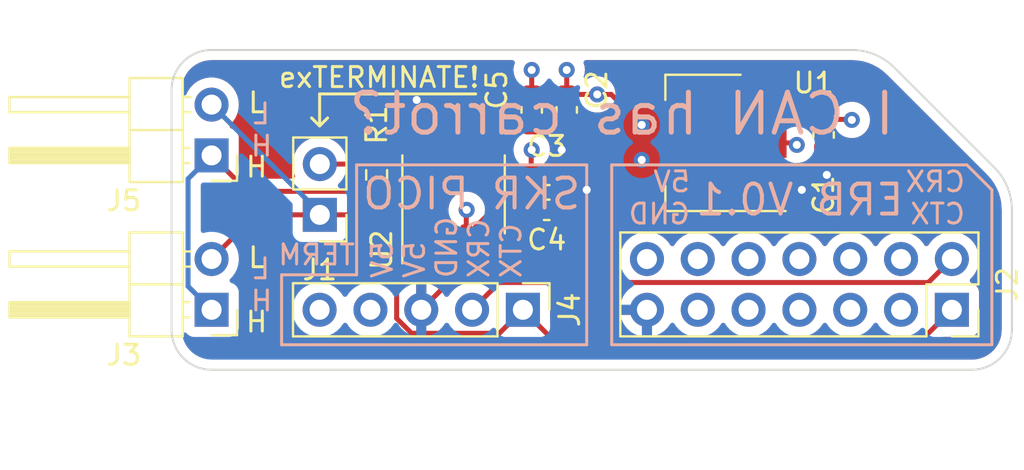
<source format=kicad_pcb>
(kicad_pcb (version 20211014) (generator pcbnew)
  (layers (0 "F.Cu" signal) (1 "In1.Cu" signal) (2 "In2.Cu" signal) (31 "B.Cu" signal) (34 "B.Paste" user) (35 "F.Paste" user) (36 "B.SilkS" user "B.Silkscreen") (37 "F.SilkS" user "F.Silkscreen") (38 "B.Mask" user) (39 "F.Mask" user) (44 "Edge.Cuts" user))
  (net 0 "")
  (net 1 "+5V")
  (net 2 "GND")
  (net 3 "+3.3V")
  (net 4 "/CANL")
  (net 5 "Net-(J1-Pad2)")
  (net 6 "/CANTX")
  (net 7 "/CANRX")
  (net 18 "/CANH")
  (footprint "Resistor_SMD:R_0603_1608Metric" (layer "F.Cu") (at 110.25 56.25 90)
    (fp_text reference "R1" (at 2.5 0 90) (layer "F.SilkS"))
    (fp_text value "120")
    (fp_line (start -0.237258 0.5225) (end 0.237258 0.5225) (layer "F.SilkS") (width 0.12))
    (fp_line (start -0.237258 -0.5225) (end 0.237258 -0.5225) (layer "F.SilkS") (width 0.12))
    (pad "1" smd roundrect (at -0.825 0 90) (size 0.8 0.95) (layers "F.Cu" "F.Paste" "F.Mask") (net 18 "/CANH"))
    (pad "2" smd roundrect (at 0.825 0 90) (size 0.8 0.95) (layers "F.Cu" "F.Paste" "F.Mask") (net 5 "Net-(J1-Pad2)"))
  )
  (footprint "Connector_PinHeader_2.54mm:PinHeader_1x05_P2.54mm_Vertical" (layer "F.Cu") (at 117.56 63 -90)
    (fp_text reference "J4" (at 0 -2.33 90) (layer "F.SilkS"))
    (fp_text value "SKR_PICO_INTERFACE")
    (fp_line (start -1.33 -1.33) (end 0 -1.33) (layer "F.SilkS") (width 0.12))
    (fp_line (start -1.33 11.49) (end 1.33 11.49) (layer "F.SilkS") (width 0.12))
    (fp_line (start -1.33 0) (end -1.33 -1.33) (layer "F.SilkS") (width 0.12))
    (fp_line (start -1.33 1.27) (end 1.33 1.27) (layer "F.SilkS") (width 0.12))
    (fp_line (start 1.33 1.27) (end 1.33 11.49) (layer "F.SilkS") (width 0.12))
    (fp_line (start -1.33 1.27) (end -1.33 11.49) (layer "F.SilkS") (width 0.12))
    (pad "1" thru_hole rect (at 0 0 270) (size 1.7 1.7) (drill 1) (layers *.Cu *.Mask) (net 6 "/CANTX"))
    (pad "2" thru_hole oval (at 0 2.54 270) (size 1.7 1.7) (drill 1) (layers *.Cu *.Mask) (net 7 "/CANRX"))
    (pad "3" thru_hole oval (at 0 5.08 270) (size 1.7 1.7) (drill 1) (layers *.Cu *.Mask) (net 2 "GND"))
    (pad "4" thru_hole oval (at 0 7.62 270) (size 1.7 1.7) (drill 1) (layers *.Cu *.Mask) (net 1 "+5V"))
    (pad "5" thru_hole oval (at 0 10.16 270) (size 1.7 1.7) (drill 1) (layers *.Cu *.Mask) (net 1 "+5V"))
  )
  (footprint "Capacitor_SMD:C_0603_1608Metric" (layer "F.Cu") (at 118.75 56.25)
    (fp_text reference "C3" (at 0 -1.43) (layer "F.SilkS"))
    (fp_text value "10u")
    (fp_line (start -0.14058 0.51) (end 0.14058 0.51) (layer "F.SilkS") (width 0.12))
    (fp_line (start -0.14058 -0.51) (end 0.14058 -0.51) (layer "F.SilkS") (width 0.12))
    (pad "1" smd roundrect (at -0.775 0) (size 0.9 0.95) (layers "F.Cu" "F.Paste" "F.Mask") (net 1 "+5V"))
    (pad "2" smd roundrect (at 0.775 0) (size 0.9 0.95) (layers "F.Cu" "F.Paste" "F.Mask") (net 2 "GND"))
  )
  (footprint "Capacitor_SMD:C_0603_1608Metric" (layer "F.Cu") (at 118 53 -90)
    (fp_text reference "C5" (at -1 1.75 90) (layer "F.SilkS"))
    (fp_text value "100n")
    (fp_line (start -0.14058 -0.51) (end 0.14058 -0.51) (layer "F.SilkS") (width 0.12))
    (fp_line (start -0.14058 0.51) (end 0.14058 0.51) (layer "F.SilkS") (width 0.12))
    (pad "1" smd roundrect (at -0.775 0 270) (size 0.9 0.95) (layers "F.Cu" "F.Paste" "F.Mask") (net 3 "+3.3V"))
    (pad "2" smd roundrect (at 0.775 0 270) (size 0.9 0.95) (layers "F.Cu" "F.Paste" "F.Mask") (net 2 "GND"))
  )
  (footprint "Package_TO_SOT_SMD:SOT-223-3_TabPin2" (layer "F.Cu") (at 126.59 54.65 180)
    (fp_text reference "U1" (at -5.5 3) (layer "F.SilkS"))
    (fp_text value "LD1117S33TR_SOT223")
    (fp_line (start 1.91 -3.41) (end 1.91 -2.15) (layer "F.SilkS") (width 0.12))
    (fp_line (start -4.1 -3.41) (end 1.91 -3.41) (layer "F.SilkS") (width 0.12))
    (fp_line (start -1.85 3.41) (end 1.91 3.41) (layer "F.SilkS") (width 0.12))
    (fp_line (start 1.91 3.41) (end 1.91 2.15) (layer "F.SilkS") (width 0.12))
    (pad "1" smd rect (at -3.15 -2.3 180) (size 2 1.5) (layers "F.Cu" "F.Paste" "F.Mask") (net 2 "GND"))
    (pad "2" smd rect (at 3.15 0 180) (size 2 3.8) (layers "F.Cu" "F.Paste" "F.Mask") (net 3 "+3.3V"))
    (pad "2" smd rect (at -3.15 0 180) (size 2 1.5) (layers "F.Cu" "F.Paste" "F.Mask") (net 3 "+3.3V"))
    (pad "3" smd rect (at -3.15 2.3 180) (size 2 1.5) (layers "F.Cu" "F.Paste" "F.Mask") (net 1 "+5V"))
  )
  (footprint "Capacitor_SMD:C_0603_1608Metric" (layer "F.Cu") (at 119.75 53 -90)
    (fp_text reference "C2" (at -1 -1.5 90) (layer "F.SilkS"))
    (fp_text value "10u")
    (fp_line (start -0.14058 0.51) (end 0.14058 0.51) (layer "F.SilkS") (width 0.12))
    (fp_line (start -0.14058 -0.51) (end 0.14058 -0.51) (layer "F.SilkS") (width 0.12))
    (pad "1" smd roundrect (at -0.775 0 270) (size 0.9 0.95) (layers "F.Cu" "F.Paste" "F.Mask") (net 3 "+3.3V"))
    (pad "2" smd roundrect (at 0.775 0 270) (size 0.9 0.95) (layers "F.Cu" "F.Paste" "F.Mask") (net 2 "GND"))
  )
  (footprint "Connector_PinSocket_2.54mm:PinSocket_2x07_P2.54mm_Vertical" (layer "F.Cu") (at 139 63 -90)
    (fp_text reference "J2" (at -1.27 -2.77 -90) (layer "F.SilkS"))
    (fp_text value "ERB_V1.0_INTERFACE")
    (fp_line (start 0 -1.33) (end 1.33 -1.33) (layer "F.SilkS") (width 0.12))
    (fp_line (start -3.87 -1.33) (end -3.87 16.57) (layer "F.SilkS") (width 0.12))
    (fp_line (start 1.33 -1.33) (end 1.33 0) (layer "F.SilkS") (width 0.12))
    (fp_line (start 1.33 1.27) (end 1.33 16.57) (layer "F.SilkS") (width 0.12))
    (fp_line (start -1.27 -1.33) (end -1.27 1.27) (layer "F.SilkS") (width 0.12))
    (fp_line (start -3.87 16.57) (end 1.33 16.57) (layer "F.SilkS") (width 0.12))
    (fp_line (start -3.87 -1.33) (end -1.27 -1.33) (layer "F.SilkS") (width 0.12))
    (fp_line (start -1.27 1.27) (end 1.33 1.27) (layer "F.SilkS") (width 0.12))
    (pad "1" thru_hole rect (at 0 0 270) (size 1.7 1.7) (drill 1) (layers *.Cu *.Mask) (net 6 "/CANTX"))
    (pad "2" thru_hole oval (at -2.54 0 270) (size 1.7 1.7) (drill 1) (layers *.Cu *.Mask) (net 7 "/CANRX"))
    (pad "3" thru_hole oval (at 0 2.54 270) (size 1.7 1.7) (drill 1) (layers *.Cu *.Mask))
    (pad "4" thru_hole oval (at -2.54 2.54 270) (size 1.7 1.7) (drill 1) (layers *.Cu *.Mask))
    (pad "5" thru_hole oval (at 0 5.08 270) (size 1.7 1.7) (drill 1) (layers *.Cu *.Mask))
    (pad "6" thru_hole oval (at -2.54 5.08 270) (size 1.7 1.7) (drill 1) (layers *.Cu *.Mask))
    (pad "7" thru_hole oval (at 0 7.62 270) (size 1.7 1.7) (drill 1) (layers *.Cu *.Mask))
    (pad "8" thru_hole oval (at -2.54 7.62 270) (size 1.7 1.7) (drill 1) (layers *.Cu *.Mask))
    (pad "9" thru_hole oval (at 0 10.16 270) (size 1.7 1.7) (drill 1) (layers *.Cu *.Mask))
    (pad "10" thru_hole oval (at -2.54 10.16 270) (size 1.7 1.7) (drill 1) (layers *.Cu *.Mask))
    (pad "11" thru_hole oval (at 0 12.7 270) (size 1.7 1.7) (drill 1) (layers *.Cu *.Mask))
    (pad "12" thru_hole oval (at -2.54 12.7 270) (size 1.7 1.7) (drill 1) (layers *.Cu *.Mask))
    (pad "13" thru_hole oval (at 0 15.24 270) (size 1.7 1.7) (drill 1) (layers *.Cu *.Mask) (net 2 "GND"))
    (pad "14" thru_hole oval (at -2.54 15.24 270) (size 1.7 1.7) (drill 1) (layers *.Cu *.Mask) (net 1 "+5V"))
  )
  (footprint "Capacitor_SMD:C_0603_1608Metric" (layer "F.Cu") (at 132.59 54.25 -90)
    (fp_text reference "C1" (at 3 0 90) (layer "F.SilkS"))
    (fp_text value "100n")
    (fp_line (start -0.14058 -0.51) (end 0.14058 -0.51) (layer "F.SilkS") (width 0.12))
    (fp_line (start -0.14058 0.51) (end 0.14058 0.51) (layer "F.SilkS") (width 0.12))
    (pad "1" smd roundrect (at -0.775 0 270) (size 0.9 0.95) (layers "F.Cu" "F.Paste" "F.Mask") (net 1 "+5V"))
    (pad "2" smd roundrect (at 0.775 0 270) (size 0.9 0.95) (layers "F.Cu" "F.Paste" "F.Mask") (net 2 "GND"))
  )
  (footprint "Package_SO:SOIC-8_3.9x4.9mm_P1.27mm" (layer "F.Cu") (at 114.095 57.225 90)
    (fp_text reference "U2" (at -2.775 -3.595 90) (layer "F.SilkS"))
    (fp_text value "TCAN1042HGVDRQ1")
    (fp_line (start 0 -2.56) (end -3.45 -2.56) (layer "F.SilkS") (width 0.12))
    (fp_line (start 0 2.56) (end 1.95 2.56) (layer "F.SilkS") (width 0.12))
    (fp_line (start 0 2.56) (end -1.95 2.56) (layer "F.SilkS") (width 0.12))
    (fp_line (start 0 -2.56) (end 1.95 -2.56) (layer "F.SilkS") (width 0.12))
    (pad "1" smd roundrect (at -2.475 -1.905 90) (size 1.95 0.6) (layers "F.Cu" "F.Paste" "F.Mask") (net 6 "/CANTX"))
    (pad "2" smd roundrect (at -2.475 -0.635 90) (size 1.95 0.6) (layers "F.Cu" "F.Paste" "F.Mask") (net 2 "GND"))
    (pad "3" smd roundrect (at -2.475 0.635 90) (size 1.95 0.6) (layers "F.Cu" "F.Paste" "F.Mask") (net 1 "+5V"))
    (pad "4" smd roundrect (at -2.475 1.905 90) (size 1.95 0.6) (layers "F.Cu" "F.Paste" "F.Mask") (net 7 "/CANRX"))
    (pad "5" smd roundrect (at 2.475 1.905 90) (size 1.95 0.6) (layers "F.Cu" "F.Paste" "F.Mask") (net 3 "+3.3V"))
    (pad "6" smd roundrect (at 2.475 0.635 90) (size 1.95 0.6) (layers "F.Cu" "F.Paste" "F.Mask") (net 4 "/CANL"))
    (pad "7" smd roundrect (at 2.475 -0.635 90) (size 1.95 0.6) (layers "F.Cu" "F.Paste" "F.Mask") (net 18 "/CANH"))
    (pad "8" smd roundrect (at 2.475 -1.905 90) (size 1.95 0.6) (layers "F.Cu" "F.Paste" "F.Mask") (net 2 "GND"))
  )
  (footprint "Connector_PinHeader_2.54mm:PinHeader_1x02_P2.54mm_Vertical" (layer "F.Cu") (at 107.41 58.25 180)
    (fp_text reference "J1" (at 0 -2.75) (layer "F.SilkS"))
    (fp_text value "CAN_Term")
    (fp_line (start -1.33 1.27) (end 1.33 1.27) (layer "F.SilkS") (width 0.12))
    (fp_line (start -1.33 3.87) (end 1.33 3.87) (layer "F.SilkS") (width 0.12))
    (fp_line (start -1.33 0) (end -1.33 -1.33) (layer "F.SilkS") (width 0.12))
    (fp_line (start -1.33 -1.33) (end 0 -1.33) (layer "F.SilkS") (width 0.12))
    (fp_line (start 1.33 1.27) (end 1.33 3.87) (layer "F.SilkS") (width 0.12))
    (fp_line (start -1.33 1.27) (end -1.33 3.87) (layer "F.SilkS") (width 0.12))
    (pad "1" thru_hole rect (at 0 0 180) (size 1.7 1.7) (drill 1) (layers *.Cu *.Mask) (net 4 "/CANL"))
    (pad "2" thru_hole oval (at 0 2.54 180) (size 1.7 1.7) (drill 1) (layers *.Cu *.Mask) (net 5 "Net-(J1-Pad2)"))
  )
  (footprint "Connector_PinHeader_2.54mm:PinHeader_1x02_P2.54mm_Horizontal" (layer "F.Cu") (at 102 63 180)
    (fp_text reference "J3" (at 4.385 -2.27 180) (layer "F.SilkS"))
    (fp_text value "Conn_01x02")
    (fp_line (start 4.1 -0.08) (end 10.1 -0.08) (layer "F.SilkS") (width 0.12))
    (fp_line (start 1.44 -1.33) (end 1.44 3.87) (layer "F.SilkS") (width 0.12))
    (fp_line (start 10.1 -0.38) (end 10.1 0.38) (layer "F.SilkS") (width 0.12))
    (fp_line (start 1.44 1.27) (end 4.1 1.27) (layer "F.SilkS") (width 0.12))
    (fp_line (start 4.1 -0.38) (end 10.1 -0.38) (layer "F.SilkS") (width 0.12))
    (fp_line (start 4.1 2.16) (end 10.1 2.16) (layer "F.SilkS") (width 0.12))
    (fp_line (start 1.042929 2.16) (end 1.44 2.16) (layer "F.SilkS") (width 0.12))
    (fp_line (start 4.1 -0.32) (end 10.1 -0.32) (layer "F.SilkS") (width 0.12))
    (fp_line (start 10.1 2.16) (end 10.1 2.92) (layer "F.SilkS") (width 0.12))
    (fp_line (start -1.27 -1.27) (end 0 -1.27) (layer "F.SilkS") (width 0.12))
    (fp_line (start 1.042929 2.92) (end 1.44 2.92) (layer "F.SilkS") (width 0.12))
    (fp_line (start -1.27 0) (end -1.27 -1.27) (layer "F.SilkS") (width 0.12))
    (fp_line (start 4.1 -0.2) (end 10.1 -0.2) (layer "F.SilkS") (width 0.12))
    (fp_line (start 4.1 0.28) (end 10.1 0.28) (layer "F.SilkS") (width 0.12))
    (fp_line (start 1.11 0.38) (end 1.44 0.38) (layer "F.SilkS") (width 0.12))
    (fp_line (start 4.1 0.04) (end 10.1 0.04) (layer "F.SilkS") (width 0.12))
    (fp_line (start 10.1 0.38) (end 4.1 0.38) (layer "F.SilkS") (width 0.12))
    (fp_line (start 10.1 2.92) (end 4.1 2.92) (layer "F.SilkS") (width 0.12))
    (fp_line (start 1.44 3.87) (end 4.1 3.87) (layer "F.SilkS") (width 0.12))
    (fp_line (start 4.1 -1.33) (end 1.44 -1.33) (layer "F.SilkS") (width 0.12))
    (fp_line (start 1.11 -0.38) (end 1.44 -0.38) (layer "F.SilkS") (width 0.12))
    (fp_line (start 4.1 0.16) (end 10.1 0.16) (layer "F.SilkS") (width 0.12))
    (fp_line (start 4.1 3.87) (end 4.1 -1.33) (layer "F.SilkS") (width 0.12))
    (pad "1" thru_hole rect (at 0 0 180) (size 1.7 1.7) (drill 1) (layers *.Cu *.Mask) (net 18 "/CANH"))
    (pad "2" thru_hole oval (at 0 2.54 180) (size 1.7 1.7) (drill 1) (layers *.Cu *.Mask) (net 4 "/CANL"))
  )
  (footprint "Capacitor_SMD:C_0603_1608Metric" (layer "F.Cu") (at 118.75 58)
    (fp_text reference "C4" (at 0 1.5) (layer "F.SilkS"))
    (fp_text value "100n")
    (fp_line (start -0.14058 -0.51) (end 0.14058 -0.51) (layer "F.SilkS") (width 0.12))
    (fp_line (start -0.14058 0.51) (end 0.14058 0.51) (layer "F.SilkS") (width 0.12))
    (pad "1" smd roundrect (at -0.775 0) (size 0.9 0.95) (layers "F.Cu" "F.Paste" "F.Mask") (net 1 "+5V"))
    (pad "2" smd roundrect (at 0.775 0) (size 0.9 0.95) (layers "F.Cu" "F.Paste" "F.Mask") (net 2 "GND"))
  )
  (footprint "Connector_PinHeader_2.54mm:PinHeader_1x02_P2.54mm_Horizontal" (layer "F.Cu") (at 102 55.275 180)
    (fp_text reference "J5" (at 4.385 -2.27) (layer "F.SilkS"))
    (fp_text value "Conn_01x02")
    (fp_line (start 4.1 0.28) (end 10.1 0.28) (layer "F.SilkS") (width 0.12))
    (fp_line (start 4.1 -0.2) (end 10.1 -0.2) (layer "F.SilkS") (width 0.12))
    (fp_line (start 1.11 0.38) (end 1.44 0.38) (layer "F.SilkS") (width 0.12))
    (fp_line (start 4.1 -0.32) (end 10.1 -0.32) (layer "F.SilkS") (width 0.12))
    (fp_line (start 4.1 0.04) (end 10.1 0.04) (layer "F.SilkS") (width 0.12))
    (fp_line (start 4.1 0.16) (end 10.1 0.16) (layer "F.SilkS") (width 0.12))
    (fp_line (start 1.042929 2.92) (end 1.44 2.92) (layer "F.SilkS") (width 0.12))
    (fp_line (start 10.1 2.92) (end 4.1 2.92) (layer "F.SilkS") (width 0.12))
    (fp_line (start 1.44 3.87) (end 4.1 3.87) (layer "F.SilkS") (width 0.12))
    (fp_line (start -1.27 -1.27) (end 0 -1.27) (layer "F.SilkS") (width 0.12))
    (fp_line (start 4.1 -1.33) (end 1.44 -1.33) (layer "F.SilkS") (width 0.12))
    (fp_line (start 1.44 1.27) (end 4.1 1.27) (layer "F.SilkS") (width 0.12))
    (fp_line (start 4.1 -0.38) (end 10.1 -0.38) (layer "F.SilkS") (width 0.12))
    (fp_line (start 1.44 -1.33) (end 1.44 3.87) (layer "F.SilkS") (width 0.12))
    (fp_line (start 1.042929 2.16) (end 1.44 2.16) (layer "F.SilkS") (width 0.12))
    (fp_line (start -1.27 0) (end -1.27 -1.27) (layer "F.SilkS") (width 0.12))
    (fp_line (start 4.1 -0.08) (end 10.1 -0.08) (layer "F.SilkS") (width 0.12))
    (fp_line (start 4.1 3.87) (end 4.1 -1.33) (layer "F.SilkS") (width 0.12))
    (fp_line (start 10.1 -0.38) (end 10.1 0.38) (layer "F.SilkS") (width 0.12))
    (fp_line (start 10.1 2.16) (end 10.1 2.92) (layer "F.SilkS") (width 0.12))
    (fp_line (start 4.1 2.16) (end 10.1 2.16) (layer "F.SilkS") (width 0.12))
    (fp_line (start 1.11 -0.38) (end 1.44 -0.38) (layer "F.SilkS") (width 0.12))
    (fp_line (start 10.1 0.38) (end 4.1 0.38) (layer "F.SilkS") (width 0.12))
    (pad "1" thru_hole rect (at 0 0 180) (size 1.7 1.7) (drill 1) (layers *.Cu *.Mask) (net 18 "/CANH"))
    (pad "2" thru_hole oval (at 0 2.54 180) (size 1.7 1.7) (drill 1) (layers *.Cu *.Mask) (net 4 "/CANL"))
  )
  (gr_line (start 139.75 55.75) (end 141 57) (layer "B.SilkS") (width 0.15))
  (gr_line (start 120.75 64.75) (end 105.5 64.75) (layer "B.SilkS") (width 0.15))
  (gr_line (start 109.25 61.25) (end 109.25 56) (layer "B.SilkS") (width 0.15))
  (gr_line (start 109.25 55.75) (end 120.75 55.75) (layer "B.SilkS") (width 0.15))
  (gr_line (start 141 64.75) (end 122 64.75) (layer "B.SilkS") (width 0.15))
  (gr_line (start 122 55.75) (end 139.75 55.75) (layer "B.SilkS") (width 0.15))
  (gr_line (start 105.5 64.75) (end 105.5 61.25) (layer "B.SilkS") (width 0.15))
  (gr_line (start 109.25 56) (end 109.25 55.75) (layer "B.SilkS") (width 0.15))
  (gr_line (start 105.5 61.25) (end 109.25 61.25) (layer "B.SilkS") (width 0.15))
  (gr_line (start 122 64.75) (end 122 55.75) (layer "B.SilkS") (width 0.15))
  (gr_line (start 141 57) (end 141 64.75) (layer "B.SilkS") (width 0.15))
  (gr_line (start 120.75 55.75) (end 120.75 64.75) (layer "B.SilkS") (width 0.15))
  (gr_line (start 115.2 52.2) (end 107.4 52.2) (layer "F.SilkS") (width 0.15))
  (gr_line (start 107.8 53.4) (end 107.4 53.8) (layer "F.SilkS") (width 0.15))
  (gr_line (start 107.4 52.2) (end 107.4 53.8) (layer "F.SilkS") (width 0.15))
  (gr_line (start 107 53.4) (end 107.4 53.8) (layer "F.SilkS") (width 0.15))
  (gr_arc (start 102 66) (mid 100.585786 65.414214) (end 100 64) (layer "Edge.Cuts") (width 0.1))
  (gr_arc (start 142 64) (mid 141.414214 65.414214) (end 140 66) (layer "Edge.Cuts") (width 0.1))
  (gr_arc (start 134 50) (mid 135.14805 50.228362) (end 136.12132 50.87868) (layer "Edge.Cuts") (width 0.1))
  (gr_line (start 141.12132 55.87868) (end 136.12132 50.87868) (layer "Edge.Cuts") (width 0.1))
  (gr_line (start 142 58) (end 142 64) (layer "Edge.Cuts") (width 0.1))
  (gr_line (start 100 52) (end 100 64) (layer "Edge.Cuts") (width 0.1))
  (gr_arc (start 100 52) (mid 100.585786 50.585786) (end 102 50) (layer "Edge.Cuts") (width 0.1))
  (gr_line (start 140 66) (end 102 66) (layer "Edge.Cuts") (width 0.1))
  (gr_line (start 134 50) (end 102 50) (layer "Edge.Cuts") (width 0.1))
  (gr_arc (start 141.12132 55.87868) (mid 141.771638 56.85195) (end 142 58) (layer "Edge.Cuts") (width 0.1))
  (gr_text "ERB V0.1" (at 131.4 57.5) (layer "B.SilkS") (effects (font (size 1.5 1.5) (thickness 0.2)) (justify mirror)))
  (gr_text "5V\n5V\nGND\nCRX\nCTX" (at 113.75 61.5 90) (layer "B.SilkS") (effects (font (size 1 1)) (justify right mirror)))
  (gr_text "5V\nGND\n" (at 126 57.4) (layer "B.SilkS") (effects (font (size 1 1)) (justify left mirror)))
  (gr_text "I CAN has carrot?" (at 122.5 53.2) (layer "B.SilkS") (effects (font (size 2 2) (thickness 0.25)) (justify mirror)))
  (gr_text "TERM" (at 107.25 60.25) (layer "B.SilkS") (effects (font (size 1 1)) (justify mirror)))
  (gr_text "L\nH" (at 104.5 61.75) (layer "B.SilkS") (effects (font (size 1 1)) (justify mirror)))
  (gr_text "SKR PICO" (at 115 57.2) (layer "B.SilkS") (effects (font (size 1.5 1.5) (thickness 0.2)) (justify mirror)))
  (gr_text "L\nH" (at 104.5 54) (layer "B.SilkS") (effects (font (size 1 1)) (justify mirror)))
  (gr_text "CRX\nCTX" (at 139.75 57.4) (layer "B.SilkS") (effects (font (size 1 1)) (justify left mirror)))
  (gr_text "exTERMINATE!" (at 105.275 51.375) (layer "F.SilkS") (effects (font (size 1 1)) (justify left)))
  (gr_text "L\n\nH\n" (at 104.25 62) (layer "F.SilkS") (effects (font (size 1 1))))
  (gr_text "L\n\nH\n" (at 104.25 54.25) (layer "F.SilkS") (effects (font (size 1 1))))
  (segment (start 132.59 53.475) (end 133.975 53.475) (width 0.25) (layer "F.Cu") (net 1))
  (segment (start 117.975 56.25) (end 117.975 55.025) (width 0.25) (layer "F.Cu") (net 1))
  (segment (start 117.975 55.025) (end 118 55) (width 0.25) (layer "F.Cu") (net 1))
  (segment (start 133.975 53.475) (end 134 53.5) (width 0.25) (layer "F.Cu") (net 1))
  (segment (start 114.73 59.7) (end 114.73 59.323249) (width 0.25) (layer "F.Cu") (net 1))
  (segment (start 116.053249 58) (end 117.975 58) (width 0.25) (layer "F.Cu") (net 1))
  (segment (start 117.975 58) (end 117.975 56.25) (width 0.25) (layer "F.Cu") (net 1))
  (segment (start 114.73 59.7) (end 114.73 58.02) (width 0.25) (layer "F.Cu") (net 1))
  (segment (start 114.73 58.02) (end 114.75 58) (width 0.25) (layer "F.Cu") (net 1))
  (segment (start 114.73 59.323249) (end 116.053249 58) (width 0.25) (layer "F.Cu") (net 1))
  (segment (start 132.59 53.475) (end 131.465 52.35) (width 0.25) (layer "F.Cu") (net 1))
  (segment (start 131.465 52.35) (end 129.74 52.35) (width 0.25) (layer "F.Cu") (net 1))
  (via (at 118 55) (size 0.8) (drill 0.4) (layers "F.Cu" "B.Cu") (net 1))
  (via (at 114.75 58) (size 0.8) (drill 0.4) (layers "F.Cu" "B.Cu") (net 1))
  (via (at 134 53.5) (size 0.8) (drill 0.4) (layers "F.Cu" "B.Cu") (net 1))
  (segment (start 131.45 56.95) (end 131.5 57) (width 0.25) (layer "F.Cu") (net 2))
  (segment (start 118 53.775) (end 119.75 53.775) (width 0.25) (layer "F.Cu") (net 2))
  (segment (start 112.19 52.56) (end 112.25 52.5) (width 0.25) (layer "F.Cu") (net 2))
  (segment (start 132.59 55.025) (end 132.59 56.09) (width 0.25) (layer "F.Cu") (net 2))
  (segment (start 119.75 54.75) (end 119.5 55) (width 0.25) (layer "F.Cu") (net 2))
  (segment (start 112.19 54.75) (end 112.19 52.56) (width 0.25) (layer "F.Cu") (net 2))
  (segment (start 113.46 62.02) (end 113.46 59.7) (width 0.25) (layer "F.Cu") (net 2))
  (segment (start 119.525 57.025) (end 119.525 58) (width 0.25) (layer "F.Cu") (net 2))
  (segment (start 119.75 53.775) (end 119.75 54.75) (width 0.25) (layer "F.Cu") (net 2))
  (segment (start 119.525 56.25) (end 119.525 57.025) (width 0.25) (layer "F.Cu") (net 2))
  (segment (start 112.48 63) (end 113.46 62.02) (width 0.25) (layer "F.Cu") (net 2))
  (segment (start 129.74 56.95) (end 131.45 56.95) (width 0.25) (layer "F.Cu") (net 2))
  (segment (start 119.525 55.025) (end 119.5 55) (width 0.25) (layer "F.Cu") (net 2))
  (segment (start 132.59 56.09) (end 132.75 56.25) (width 0.25) (layer "F.Cu") (net 2))
  (segment (start 120.725 57.025) (end 120.75 57) (width 0.25) (layer "F.Cu") (net 2))
  (segment (start 119.525 57.025) (end 120.725 57.025) (width 0.25) (layer "F.Cu") (net 2))
  (segment (start 119.525 56.25) (end 119.525 55.025) (width 0.25) (layer "F.Cu") (net 2))
  (via (at 120.75 57) (size 0.8) (drill 0.4) (layers "F.Cu" "B.Cu") (net 2))
  (via (at 131.5 57) (size 0.8) (drill 0.4) (layers "F.Cu" "B.Cu") (net 2))
  (via (at 132.75 56.25) (size 0.8) (drill 0.4) (layers "F.Cu" "B.Cu") (net 2))
  (via (at 119.5 55) (size 0.8) (drill 0.4) (layers "F.Cu" "B.Cu") (net 2))
  (via (at 112.25 52.5) (size 0.8) (drill 0.4) (layers "F.Cu" "B.Cu") (net 2))
  (segment (start 121.275 52.225) (end 121.975 52.225) (width 0.25) (layer "F.Cu") (net 3))
  (segment (start 129.74 54.65) (end 131.15 54.65) (width 0.25) (layer "F.Cu") (net 3))
  (segment (start 123.44 54.65) (end 123.44 53.81) (width 0.25) (layer "F.Cu") (net 3))
  (segment (start 121.975 52.225) (end 123.5 53.75) (width 0.25) (layer "F.Cu") (net 3))
  (segment (start 119.75 52.225) (end 118 52.225) (width 0.25) (layer "F.Cu") (net 3))
  (segment (start 131.15 54.65) (end 131.25 54.75) (width 0.25) (layer "F.Cu") (net 3))
  (segment (start 118 52.225) (end 118 51) (width 0.25) (layer "F.Cu") (net 3))
  (segment (start 116 54.225) (end 118 52.225) (width 0.25) (layer "F.Cu") (net 3))
  (segment (start 123.44 54.65) (end 123.44 55.44) (width 0.25) (layer "F.Cu") (net 3))
  (segment (start 119.75 52.225) (end 119.75 51) (width 0.25) (layer "F.Cu") (net 3))
  (segment (start 123.44 55.44) (end 123.5 55.5) (width 0.25) (layer "F.Cu") (net 3))
  (segment (start 119.75 52.225) (end 121.275 52.225) (width 0.25) (layer "F.Cu") (net 3))
  (segment (start 123.44 53.81) (end 123.5 53.75) (width 0.25) (layer "F.Cu") (net 3))
  (segment (start 116 54.75) (end 116 54.225) (width 0.25) (layer "F.Cu") (net 3))
  (via (at 131.25 54.75) (size 0.8) (drill 0.4) (layers "F.Cu" "B.Cu") (net 3))
  (via (at 121.275 52.225) (size 0.8) (drill 0.4) (layers "F.Cu" "B.Cu") (net 3))
  (via (at 118 51) (size 0.8) (drill 0.4) (layers "F.Cu" "B.Cu") (net 3))
  (via (at 123.5 53.75) (size 0.8) (drill 0.4) (layers "F.Cu" "B.Cu") (net 3))
  (via (at 119.75 51) (size 0.8) (drill 0.4) (layers "F.Cu" "B.Cu") (net 3))
  (via (at 123.5 55.5) (size 0.8) (drill 0.4) (layers "F.Cu" "B.Cu") (net 3))
  (segment (start 107.41 58.25) (end 104.21 58.25) (width 0.25) (layer "F.Cu") (net 4))
  (segment (start 114.73 55.27) (end 111.75 58.25) (width 0.25) (layer "F.Cu") (net 4))
  (segment (start 114.73 54.75) (end 114.73 55.27) (width 0.25) (layer "F.Cu") (net 4))
  (segment (start 111.75 58.25) (end 107.41 58.25) (width 0.25) (layer "F.Cu") (net 4))
  (segment (start 104.21 58.25) (end 102 60.46) (width 0.25) (layer "F.Cu") (net 4))
  (segment (start 107.41 58.145) (end 107.41 58.25) (width 0.25) (layer "B.Cu") (net 4))
  (segment (start 102 52.735) (end 107.41 58.145) (width 0.25) (layer "B.Cu") (net 4))
  (segment (start 109.965 55.71) (end 107.41 55.71) (width 0.25) (layer "F.Cu") (net 5))
  (segment (start 110.25 55.425) (end 109.965 55.71) (width 0.25) (layer "F.Cu") (net 5))
  (segment (start 116.385 64.175) (end 111.993299 64.175) (width 0.25) (layer "F.Cu") (net 6))
  (segment (start 139 63) (end 137.363557 64.636443) (width 0.25) (layer "F.Cu") (net 6))
  (segment (start 137.363557 64.636443) (end 119.196443 64.636443) (width 0.25) (layer "F.Cu") (net 6))
  (segment (start 117.56 63) (end 116.385 64.175) (width 0.25) (layer "F.Cu") (net 6))
  (segment (start 111.25 63.431701) (end 111.25 60.64) (width 0.25) (layer "F.Cu") (net 6))
  (segment (start 119.196443 64.636443) (end 117.56 63) (width 0.25) (layer "F.Cu") (net 6))
  (segment (start 111.25 60.64) (end 112.19 59.7) (width 0.25) (layer "F.Cu") (net 6))
  (segment (start 111.993299 64.175) (end 111.25 63.431701) (width 0.25) (layer "F.Cu") (net 6))
  (segment (start 116 62.02) (end 115.02 63) (width 0.25) (layer "F.Cu") (net 7))
  (segment (start 116 61.5) (end 116 62.02) (width 0.25) (layer "F.Cu") (net 7))
  (segment (start 137.825 61.635) (end 116.135 61.635) (width 0.25) (layer "F.Cu") (net 7))
  (segment (start 116.135 61.635) (end 116 61.5) (width 0.25) (layer "F.Cu") (net 7))
  (segment (start 139 60.46) (end 137.825 61.635) (width 0.25) (layer "F.Cu") (net 7))
  (segment (start 116 59.7) (end 116 61.5) (width 0.25) (layer "F.Cu") (net 7))
  (segment (start 113.46 54.75) (end 113.46 55.126751) (width 0.25) (layer "F.Cu") (net 18))
  (segment (start 113.46 55.126751) (end 111.511751 57.075) (width 0.25) (layer "F.Cu") (net 18))
  (segment (start 103.8 57.075) (end 110.25 57.075) (width 0.25) (layer "F.Cu") (net 18))
  (segment (start 111.511751 57.075) (end 110.25 57.075) (width 0.25) (layer "F.Cu") (net 18))
  (segment (start 102 55.275) (end 103.8 57.075) (width 0.25) (layer "F.Cu") (net 18))
  (segment (start 100.825 56.45) (end 102 55.275) (width 0.25) (layer "B.Cu") (net 18))
  (segment (start 102 63) (end 100.825 61.825) (width 0.25) (layer "B.Cu") (net 18))
  (segment (start 100.825 61.825) (end 100.825 56.45) (width 0.25) (layer "B.Cu") (net 18))
  (zone (net 2) (net_name "GND") (layers F&B.Cu) (connect_pads (clearance 0.508)) (min_thickness 0.254) (fill yes (thermal_gap 0.508) (thermal_bridge_width 0.508))
    (polygon (pts (xy 142.25 66.25) (xy 100 66.25) (xy 100 47.5) (xy 142.25 47.5)))
  )
)
</source>
